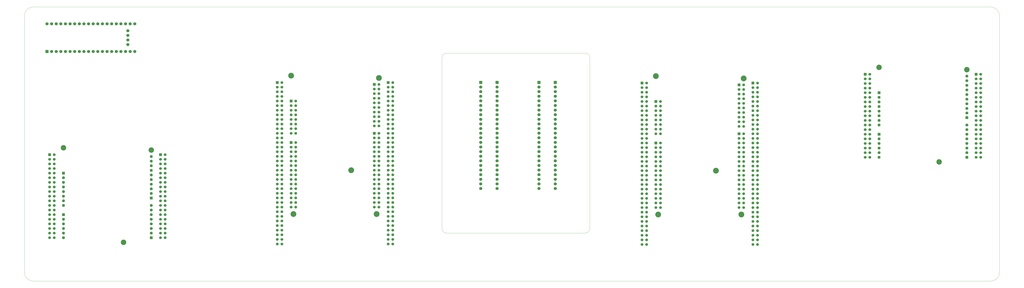
<source format=gbr>
%TF.GenerationSoftware,KiCad,Pcbnew,9.0.0+dfsg-1*%
%TF.CreationDate,2025-06-19T15:00:10-07:00*%
%TF.ProjectId,signalmesh,7369676e-616c-46d6-9573-682e6b696361,rev?*%
%TF.SameCoordinates,Original*%
%TF.FileFunction,Soldermask,Bot*%
%TF.FilePolarity,Negative*%
%FSLAX46Y46*%
G04 Gerber Fmt 4.6, Leading zero omitted, Abs format (unit mm)*
G04 Created by KiCad (PCBNEW 9.0.0+dfsg-1) date 2025-06-19 15:00:10*
%MOMM*%
%LPD*%
G01*
G04 APERTURE LIST*
%ADD10C,3.200000*%
%ADD11R,1.508000X1.508000*%
%ADD12C,1.508000*%
%ADD13R,1.700000X1.700000*%
%ADD14C,1.700000*%
%ADD15C,3.000000*%
%ADD16R,1.605000X1.605000*%
%ADD17C,1.605000*%
%ADD18R,1.530000X1.530000*%
%ADD19C,1.530000*%
%TA.AperFunction,Profile*%
%ADD20C,0.050000*%
%TD*%
G04 APERTURE END LIST*
D10*
%TO.C,U1*%
X175740000Y-87730000D03*
X177010000Y-163930000D03*
X208760000Y-139800000D03*
X222730000Y-163930000D03*
X224000000Y-89000000D03*
D11*
X221460000Y-92556000D03*
D12*
X224000000Y-92556000D03*
X221460000Y-95096000D03*
X224000000Y-95096000D03*
X221460000Y-97636000D03*
X224000000Y-97636000D03*
X221460000Y-100176000D03*
X224000000Y-100176000D03*
X221460000Y-102716000D03*
X224000000Y-102716000D03*
X221460000Y-105256000D03*
X224000000Y-105256000D03*
X221460000Y-107796000D03*
X224000000Y-107796000D03*
X221460000Y-110336000D03*
X224000000Y-110336000D03*
X221460000Y-112876000D03*
X224000000Y-112876000D03*
X221460000Y-115416000D03*
X224000000Y-115416000D03*
D11*
X175740000Y-101700000D03*
D12*
X178280000Y-101700000D03*
X175740000Y-104240000D03*
X178280000Y-104240000D03*
X175740000Y-106780000D03*
X178280000Y-106780000D03*
X175740000Y-109320000D03*
X178280000Y-109320000D03*
X175740000Y-111860000D03*
X178280000Y-111860000D03*
X175740000Y-114400000D03*
X178280000Y-114400000D03*
X175740000Y-116940000D03*
X178280000Y-116940000D03*
X175740000Y-119480000D03*
X178280000Y-119480000D03*
D11*
X175740000Y-124560000D03*
D12*
X178280000Y-124560000D03*
X175740000Y-127100000D03*
X178280000Y-127100000D03*
X175740000Y-129640000D03*
X178280000Y-129640000D03*
X175740000Y-132180000D03*
X178280000Y-132180000D03*
X175740000Y-134720000D03*
X178280000Y-134720000D03*
X175740000Y-137260000D03*
X178280000Y-137260000D03*
X175740000Y-139800000D03*
X178280000Y-139800000D03*
X175740000Y-142340000D03*
X178280000Y-142340000D03*
X175740000Y-144880000D03*
X178280000Y-144880000D03*
X175740000Y-147420000D03*
X178280000Y-147420000D03*
X175740000Y-149960000D03*
X178280000Y-149960000D03*
X175740000Y-152500000D03*
X178280000Y-152500000D03*
X175740000Y-155040000D03*
X178280000Y-155040000D03*
X175740000Y-157580000D03*
X178280000Y-157580000D03*
X175740000Y-160120000D03*
X178280000Y-160120000D03*
D11*
X221460000Y-119480000D03*
D12*
X224000000Y-119480000D03*
X221460000Y-122020000D03*
X224000000Y-122020000D03*
X221460000Y-124560000D03*
X224000000Y-124560000D03*
X221460000Y-127100000D03*
X224000000Y-127100000D03*
X221460000Y-129640000D03*
X224000000Y-129640000D03*
X221460000Y-132180000D03*
X224000000Y-132180000D03*
X221460000Y-134720000D03*
X224000000Y-134720000D03*
X221460000Y-137260000D03*
X224000000Y-137260000D03*
X221460000Y-139800000D03*
X224000000Y-139800000D03*
X221460000Y-142340000D03*
X224000000Y-142340000D03*
X221460000Y-144880000D03*
X224000000Y-144880000D03*
X221460000Y-147420000D03*
X224000000Y-147420000D03*
X221460000Y-149960000D03*
X224000000Y-149960000D03*
X221460000Y-152500000D03*
X224000000Y-152500000D03*
X221460000Y-155040000D03*
X224000000Y-155040000D03*
X221460000Y-157580000D03*
X224000000Y-157580000D03*
X221460000Y-160120000D03*
X224000000Y-160120000D03*
D11*
X168120000Y-91540000D03*
D12*
X170660000Y-91540000D03*
X168120000Y-94080000D03*
X170660000Y-94080000D03*
X168120000Y-96620000D03*
X170660000Y-96620000D03*
X168120000Y-99160000D03*
X170660000Y-99160000D03*
X168120000Y-101700000D03*
X170660000Y-101700000D03*
X168120000Y-104240000D03*
X170660000Y-104240000D03*
X168120000Y-106780000D03*
X170660000Y-106780000D03*
X168120000Y-109320000D03*
X170660000Y-109320000D03*
X168120000Y-111860000D03*
X170660000Y-111860000D03*
X168120000Y-114400000D03*
X170660000Y-114400000D03*
X168120000Y-116940000D03*
X170660000Y-116940000D03*
X168120000Y-119480000D03*
X170660000Y-119480000D03*
X168120000Y-122020000D03*
X170660000Y-122020000D03*
X168120000Y-124560000D03*
X170660000Y-124560000D03*
X168120000Y-127100000D03*
X170660000Y-127100000D03*
X168120000Y-129640000D03*
X170660000Y-129640000D03*
X168120000Y-132180000D03*
X170660000Y-132180000D03*
X168120000Y-134720000D03*
X170660000Y-134720000D03*
X168120000Y-137260000D03*
X170660000Y-137260000D03*
X168120000Y-139800000D03*
X170660000Y-139800000D03*
X168120000Y-142340000D03*
X170660000Y-142340000D03*
X168120000Y-144880000D03*
X170660000Y-144880000D03*
X168120000Y-147420000D03*
X170660000Y-147420000D03*
X168120000Y-149960000D03*
X170660000Y-149960000D03*
X168120000Y-152500000D03*
X170660000Y-152500000D03*
X168120000Y-155040000D03*
X170660000Y-155040000D03*
X168120000Y-157580000D03*
X170660000Y-157580000D03*
X168120000Y-160120000D03*
X170660000Y-160120000D03*
X168120000Y-162660000D03*
X170660000Y-162660000D03*
X168120000Y-165200000D03*
X170660000Y-165200000D03*
X168120000Y-167740000D03*
X170660000Y-167740000D03*
X168120000Y-170280000D03*
X170660000Y-170280000D03*
X168120000Y-172820000D03*
X170660000Y-172820000D03*
X168120000Y-175360000D03*
X170660000Y-175360000D03*
X168120000Y-177900000D03*
X170660000Y-177900000D03*
X168120000Y-180440000D03*
X170660000Y-180440000D03*
D11*
X229080000Y-91560000D03*
D12*
X231620000Y-91560000D03*
X229080000Y-94100000D03*
X231620000Y-94100000D03*
X229080000Y-96640000D03*
X231620000Y-96640000D03*
X229080000Y-99180000D03*
X231620000Y-99180000D03*
X229080000Y-101720000D03*
X231620000Y-101720000D03*
X229080000Y-104260000D03*
X231620000Y-104260000D03*
X229080000Y-106800000D03*
X231620000Y-106800000D03*
X229080000Y-109340000D03*
X231620000Y-109340000D03*
X229080000Y-111880000D03*
X231620000Y-111880000D03*
X229080000Y-114420000D03*
X231620000Y-114420000D03*
X229080000Y-116960000D03*
X231620000Y-116960000D03*
X229080000Y-119500000D03*
X231620000Y-119500000D03*
X229080000Y-122040000D03*
X231620000Y-122040000D03*
X229080000Y-124580000D03*
X231620000Y-124580000D03*
X229080000Y-127120000D03*
X231620000Y-127120000D03*
X229080000Y-129660000D03*
X231620000Y-129660000D03*
X229080000Y-132200000D03*
X231620000Y-132200000D03*
X229080000Y-134740000D03*
X231620000Y-134740000D03*
X229080000Y-137280000D03*
X231620000Y-137280000D03*
X229080000Y-139820000D03*
X231620000Y-139820000D03*
X229080000Y-142360000D03*
X231620000Y-142360000D03*
X229080000Y-144900000D03*
X231620000Y-144900000D03*
X229080000Y-147440000D03*
X231620000Y-147440000D03*
X229080000Y-149980000D03*
X231620000Y-149980000D03*
X229080000Y-152520000D03*
X231620000Y-152520000D03*
X229080000Y-155060000D03*
X231620000Y-155060000D03*
X229080000Y-157600000D03*
X231620000Y-157600000D03*
X229080000Y-160140000D03*
X231620000Y-160140000D03*
X229080000Y-162680000D03*
X231620000Y-162680000D03*
X229080000Y-165220000D03*
X231620000Y-165220000D03*
X229080000Y-167760000D03*
X231620000Y-167760000D03*
X229080000Y-170300000D03*
X231620000Y-170300000D03*
X229080000Y-172840000D03*
X231620000Y-172840000D03*
X229080000Y-175380000D03*
X231620000Y-175380000D03*
X229080000Y-177920000D03*
X231620000Y-177920000D03*
X229080000Y-180460000D03*
X231620000Y-180460000D03*
%TD*%
D13*
%TO.C,J9*%
X321000000Y-91460000D03*
D14*
X321000000Y-94000000D03*
X321000000Y-96540000D03*
X321000000Y-99080000D03*
X321000000Y-101620000D03*
X321000000Y-104160000D03*
X321000000Y-106700000D03*
X321000000Y-109240000D03*
X321000000Y-111780000D03*
X321000000Y-114320000D03*
X321000000Y-116860000D03*
X321000000Y-119400000D03*
X321000000Y-121940000D03*
X321000000Y-124480000D03*
X321000000Y-127020000D03*
X321000000Y-129560000D03*
X321000000Y-132100000D03*
X321000000Y-134640000D03*
X321000000Y-137180000D03*
X321000000Y-139720000D03*
X321000000Y-142260000D03*
X321000000Y-144800000D03*
X321000000Y-147340000D03*
X321000000Y-149880000D03*
%TD*%
D13*
%TO.C,J1*%
X289000000Y-91500000D03*
D14*
X289000000Y-94040000D03*
X289000000Y-96580000D03*
X289000000Y-99120000D03*
X289000000Y-101660000D03*
X289000000Y-104200000D03*
X289000000Y-106740000D03*
X289000000Y-109280000D03*
X289000000Y-111820000D03*
X289000000Y-114360000D03*
X289000000Y-116900000D03*
X289000000Y-119440000D03*
X289000000Y-121980000D03*
X289000000Y-124520000D03*
X289000000Y-127060000D03*
X289000000Y-129600000D03*
X289000000Y-132140000D03*
X289000000Y-134680000D03*
X289000000Y-137220000D03*
X289000000Y-139760000D03*
X289000000Y-142300000D03*
X289000000Y-144840000D03*
X289000000Y-147380000D03*
X289000000Y-149920000D03*
%TD*%
D13*
%TO.C,J8*%
X280000000Y-91500000D03*
D14*
X280000000Y-94040000D03*
X280000000Y-96580000D03*
X280000000Y-99120000D03*
X280000000Y-101660000D03*
X280000000Y-104200000D03*
X280000000Y-106740000D03*
X280000000Y-109280000D03*
X280000000Y-111820000D03*
X280000000Y-114360000D03*
X280000000Y-116900000D03*
X280000000Y-119440000D03*
X280000000Y-121980000D03*
X280000000Y-124520000D03*
X280000000Y-127060000D03*
X280000000Y-129600000D03*
X280000000Y-132140000D03*
X280000000Y-134680000D03*
X280000000Y-137220000D03*
X280000000Y-139760000D03*
X280000000Y-142300000D03*
X280000000Y-144840000D03*
X280000000Y-147380000D03*
X280000000Y-149920000D03*
%TD*%
D13*
%TO.C,J2*%
X312000000Y-91500000D03*
D14*
X312000000Y-94040000D03*
X312000000Y-96580000D03*
X312000000Y-99120000D03*
X312000000Y-101660000D03*
X312000000Y-104200000D03*
X312000000Y-106740000D03*
X312000000Y-109280000D03*
X312000000Y-111820000D03*
X312000000Y-114360000D03*
X312000000Y-116900000D03*
X312000000Y-119440000D03*
X312000000Y-121980000D03*
X312000000Y-124520000D03*
X312000000Y-127060000D03*
X312000000Y-129600000D03*
X312000000Y-132140000D03*
X312000000Y-134680000D03*
X312000000Y-137220000D03*
X312000000Y-139760000D03*
X312000000Y-142300000D03*
X312000000Y-144840000D03*
X312000000Y-147380000D03*
X312000000Y-149920000D03*
%TD*%
D15*
%TO.C,U9*%
X498980000Y-83190000D03*
X532000000Y-135260000D03*
X547240000Y-84460000D03*
D16*
X547240000Y-110880000D03*
D17*
X547240000Y-108340000D03*
X547240000Y-105800000D03*
X547240000Y-103260000D03*
X547240000Y-100720000D03*
X547240000Y-98180000D03*
X547240000Y-95640000D03*
X547240000Y-93100000D03*
X547240000Y-90560000D03*
X547240000Y-88020000D03*
D16*
X498980000Y-97160000D03*
D17*
X498980000Y-99700000D03*
X498980000Y-102240000D03*
X498980000Y-104780000D03*
X498980000Y-107320000D03*
X498980000Y-109860000D03*
X498980000Y-112400000D03*
X498980000Y-114940000D03*
D18*
X491360000Y-87000000D03*
D19*
X493900000Y-87000000D03*
X491360000Y-89540000D03*
X493900000Y-89540000D03*
X491360000Y-92080000D03*
X493900000Y-92080000D03*
X491360000Y-94620000D03*
X493900000Y-94620000D03*
X491360000Y-97160000D03*
X493900000Y-97160000D03*
X491360000Y-99700000D03*
X493900000Y-99700000D03*
X491360000Y-102240000D03*
X493900000Y-102240000D03*
X491360000Y-104780000D03*
X493900000Y-104780000D03*
X491360000Y-107320000D03*
X493900000Y-107320000D03*
X491360000Y-109860000D03*
X493900000Y-109860000D03*
X491360000Y-112400000D03*
X493900000Y-112400000D03*
X491360000Y-114940000D03*
X493900000Y-114940000D03*
X491360000Y-117480000D03*
X493900000Y-117480000D03*
X491360000Y-120020000D03*
X493900000Y-120020000D03*
X491360000Y-122560000D03*
X493900000Y-122560000D03*
X491360000Y-125100000D03*
X493900000Y-125100000D03*
X491360000Y-127640000D03*
X493900000Y-127640000D03*
X491360000Y-130180000D03*
X493900000Y-130180000D03*
X491360000Y-132720000D03*
X493900000Y-132720000D03*
D16*
X498980000Y-120020000D03*
D17*
X498980000Y-122560000D03*
X498980000Y-125100000D03*
X498980000Y-127640000D03*
X498980000Y-130180000D03*
X498980000Y-132720000D03*
D16*
X547240000Y-132720000D03*
D17*
X547240000Y-130180000D03*
X547240000Y-127640000D03*
X547240000Y-125100000D03*
X547240000Y-122560000D03*
X547240000Y-120020000D03*
X547240000Y-117480000D03*
X547240000Y-114940000D03*
D18*
X552320000Y-87000000D03*
D19*
X554860000Y-87000000D03*
X552320000Y-89540000D03*
X554860000Y-89540000D03*
X552320000Y-92080000D03*
X554860000Y-92080000D03*
X552320000Y-94620000D03*
X554860000Y-94620000D03*
X552320000Y-97160000D03*
X554860000Y-97160000D03*
X552320000Y-99700000D03*
X554860000Y-99700000D03*
X552320000Y-102240000D03*
X554860000Y-102240000D03*
X552320000Y-104780000D03*
X554860000Y-104780000D03*
X552320000Y-107320000D03*
X554860000Y-107320000D03*
X552320000Y-109860000D03*
X554860000Y-109860000D03*
X552320000Y-112400000D03*
X554860000Y-112400000D03*
X552320000Y-114940000D03*
X554860000Y-114940000D03*
X552320000Y-117480000D03*
X554860000Y-117480000D03*
X552320000Y-120020000D03*
X554860000Y-120020000D03*
X552320000Y-122560000D03*
X554860000Y-122560000D03*
X552320000Y-125100000D03*
X554860000Y-125100000D03*
X552320000Y-127640000D03*
X554860000Y-127640000D03*
X552320000Y-130180000D03*
X554860000Y-130180000D03*
X552320000Y-132720000D03*
X554860000Y-132720000D03*
%TD*%
D13*
%TO.C,U4*%
X41550000Y-74500000D03*
D14*
X44090000Y-74500000D03*
X46630000Y-74500000D03*
X49170000Y-74500000D03*
X51710000Y-74500000D03*
X54250000Y-74500000D03*
X56790000Y-74500000D03*
X59330000Y-74500000D03*
X61870000Y-74500000D03*
X64410000Y-74500000D03*
X66950000Y-74500000D03*
X69490000Y-74500000D03*
X72030000Y-74500000D03*
X74570000Y-74500000D03*
X77110000Y-74500000D03*
X79650000Y-74500000D03*
X82190000Y-74500000D03*
X84730000Y-74500000D03*
X87270000Y-74500000D03*
X89810000Y-74500000D03*
X89810000Y-59260000D03*
X87270000Y-59260000D03*
X84730000Y-59260000D03*
X82190000Y-59260000D03*
X79650000Y-59260000D03*
X77110000Y-59260000D03*
X74570000Y-59260000D03*
X72030000Y-59260000D03*
X69490000Y-59260000D03*
X66950000Y-59260000D03*
X64410000Y-59260000D03*
X61870000Y-59260000D03*
X59330000Y-59260000D03*
X56790000Y-59260000D03*
X54250000Y-59260000D03*
X51710000Y-59260000D03*
X49170000Y-59260000D03*
X46630000Y-59260000D03*
X44090000Y-59260000D03*
X41550000Y-59260000D03*
X85999000Y-63068000D03*
X85999000Y-65608000D03*
X85999000Y-68148000D03*
X85999000Y-70688000D03*
%TD*%
D15*
%TO.C,U3*%
X50620000Y-127470000D03*
X83640000Y-179540000D03*
X98880000Y-128740000D03*
D16*
X98880000Y-155160000D03*
D17*
X98880000Y-152620000D03*
X98880000Y-150080000D03*
X98880000Y-147540000D03*
X98880000Y-145000000D03*
X98880000Y-142460000D03*
X98880000Y-139920000D03*
X98880000Y-137380000D03*
X98880000Y-134840000D03*
X98880000Y-132300000D03*
D16*
X50620000Y-141440000D03*
D17*
X50620000Y-143980000D03*
X50620000Y-146520000D03*
X50620000Y-149060000D03*
X50620000Y-151600000D03*
X50620000Y-154140000D03*
X50620000Y-156680000D03*
X50620000Y-159220000D03*
D18*
X43000000Y-131280000D03*
D19*
X45540000Y-131280000D03*
X43000000Y-133820000D03*
X45540000Y-133820000D03*
X43000000Y-136360000D03*
X45540000Y-136360000D03*
X43000000Y-138900000D03*
X45540000Y-138900000D03*
X43000000Y-141440000D03*
X45540000Y-141440000D03*
X43000000Y-143980000D03*
X45540000Y-143980000D03*
X43000000Y-146520000D03*
X45540000Y-146520000D03*
X43000000Y-149060000D03*
X45540000Y-149060000D03*
X43000000Y-151600000D03*
X45540000Y-151600000D03*
X43000000Y-154140000D03*
X45540000Y-154140000D03*
X43000000Y-156680000D03*
X45540000Y-156680000D03*
X43000000Y-159220000D03*
X45540000Y-159220000D03*
X43000000Y-161760000D03*
X45540000Y-161760000D03*
X43000000Y-164300000D03*
X45540000Y-164300000D03*
X43000000Y-166840000D03*
X45540000Y-166840000D03*
X43000000Y-169380000D03*
X45540000Y-169380000D03*
X43000000Y-171920000D03*
X45540000Y-171920000D03*
X43000000Y-174460000D03*
X45540000Y-174460000D03*
X43000000Y-177000000D03*
X45540000Y-177000000D03*
D16*
X50620000Y-164300000D03*
D17*
X50620000Y-166840000D03*
X50620000Y-169380000D03*
X50620000Y-171920000D03*
X50620000Y-174460000D03*
X50620000Y-177000000D03*
D16*
X98880000Y-177000000D03*
D17*
X98880000Y-174460000D03*
X98880000Y-171920000D03*
X98880000Y-169380000D03*
X98880000Y-166840000D03*
X98880000Y-164300000D03*
X98880000Y-161760000D03*
X98880000Y-159220000D03*
D18*
X103960000Y-131280000D03*
D19*
X106500000Y-131280000D03*
X103960000Y-133820000D03*
X106500000Y-133820000D03*
X103960000Y-136360000D03*
X106500000Y-136360000D03*
X103960000Y-138900000D03*
X106500000Y-138900000D03*
X103960000Y-141440000D03*
X106500000Y-141440000D03*
X103960000Y-143980000D03*
X106500000Y-143980000D03*
X103960000Y-146520000D03*
X106500000Y-146520000D03*
X103960000Y-149060000D03*
X106500000Y-149060000D03*
X103960000Y-151600000D03*
X106500000Y-151600000D03*
X103960000Y-154140000D03*
X106500000Y-154140000D03*
X103960000Y-156680000D03*
X106500000Y-156680000D03*
X103960000Y-159220000D03*
X106500000Y-159220000D03*
X103960000Y-161760000D03*
X106500000Y-161760000D03*
X103960000Y-164300000D03*
X106500000Y-164300000D03*
X103960000Y-166840000D03*
X106500000Y-166840000D03*
X103960000Y-169380000D03*
X106500000Y-169380000D03*
X103960000Y-171920000D03*
X106500000Y-171920000D03*
X103960000Y-174460000D03*
X106500000Y-174460000D03*
X103960000Y-177000000D03*
X106500000Y-177000000D03*
%TD*%
D10*
%TO.C,U2*%
X376240000Y-88030000D03*
X377510000Y-164230000D03*
X409260000Y-140100000D03*
X423230000Y-164230000D03*
X424500000Y-89300000D03*
D11*
X421960000Y-92856000D03*
D12*
X424500000Y-92856000D03*
X421960000Y-95396000D03*
X424500000Y-95396000D03*
X421960000Y-97936000D03*
X424500000Y-97936000D03*
X421960000Y-100476000D03*
X424500000Y-100476000D03*
X421960000Y-103016000D03*
X424500000Y-103016000D03*
X421960000Y-105556000D03*
X424500000Y-105556000D03*
X421960000Y-108096000D03*
X424500000Y-108096000D03*
X421960000Y-110636000D03*
X424500000Y-110636000D03*
X421960000Y-113176000D03*
X424500000Y-113176000D03*
X421960000Y-115716000D03*
X424500000Y-115716000D03*
D11*
X376240000Y-102000000D03*
D12*
X378780000Y-102000000D03*
X376240000Y-104540000D03*
X378780000Y-104540000D03*
X376240000Y-107080000D03*
X378780000Y-107080000D03*
X376240000Y-109620000D03*
X378780000Y-109620000D03*
X376240000Y-112160000D03*
X378780000Y-112160000D03*
X376240000Y-114700000D03*
X378780000Y-114700000D03*
X376240000Y-117240000D03*
X378780000Y-117240000D03*
X376240000Y-119780000D03*
X378780000Y-119780000D03*
D11*
X376240000Y-124860000D03*
D12*
X378780000Y-124860000D03*
X376240000Y-127400000D03*
X378780000Y-127400000D03*
X376240000Y-129940000D03*
X378780000Y-129940000D03*
X376240000Y-132480000D03*
X378780000Y-132480000D03*
X376240000Y-135020000D03*
X378780000Y-135020000D03*
X376240000Y-137560000D03*
X378780000Y-137560000D03*
X376240000Y-140100000D03*
X378780000Y-140100000D03*
X376240000Y-142640000D03*
X378780000Y-142640000D03*
X376240000Y-145180000D03*
X378780000Y-145180000D03*
X376240000Y-147720000D03*
X378780000Y-147720000D03*
X376240000Y-150260000D03*
X378780000Y-150260000D03*
X376240000Y-152800000D03*
X378780000Y-152800000D03*
X376240000Y-155340000D03*
X378780000Y-155340000D03*
X376240000Y-157880000D03*
X378780000Y-157880000D03*
X376240000Y-160420000D03*
X378780000Y-160420000D03*
D11*
X421960000Y-119780000D03*
D12*
X424500000Y-119780000D03*
X421960000Y-122320000D03*
X424500000Y-122320000D03*
X421960000Y-124860000D03*
X424500000Y-124860000D03*
X421960000Y-127400000D03*
X424500000Y-127400000D03*
X421960000Y-129940000D03*
X424500000Y-129940000D03*
X421960000Y-132480000D03*
X424500000Y-132480000D03*
X421960000Y-135020000D03*
X424500000Y-135020000D03*
X421960000Y-137560000D03*
X424500000Y-137560000D03*
X421960000Y-140100000D03*
X424500000Y-140100000D03*
X421960000Y-142640000D03*
X424500000Y-142640000D03*
X421960000Y-145180000D03*
X424500000Y-145180000D03*
X421960000Y-147720000D03*
X424500000Y-147720000D03*
X421960000Y-150260000D03*
X424500000Y-150260000D03*
X421960000Y-152800000D03*
X424500000Y-152800000D03*
X421960000Y-155340000D03*
X424500000Y-155340000D03*
X421960000Y-157880000D03*
X424500000Y-157880000D03*
X421960000Y-160420000D03*
X424500000Y-160420000D03*
D11*
X368620000Y-91840000D03*
D12*
X371160000Y-91840000D03*
X368620000Y-94380000D03*
X371160000Y-94380000D03*
X368620000Y-96920000D03*
X371160000Y-96920000D03*
X368620000Y-99460000D03*
X371160000Y-99460000D03*
X368620000Y-102000000D03*
X371160000Y-102000000D03*
X368620000Y-104540000D03*
X371160000Y-104540000D03*
X368620000Y-107080000D03*
X371160000Y-107080000D03*
X368620000Y-109620000D03*
X371160000Y-109620000D03*
X368620000Y-112160000D03*
X371160000Y-112160000D03*
X368620000Y-114700000D03*
X371160000Y-114700000D03*
X368620000Y-117240000D03*
X371160000Y-117240000D03*
X368620000Y-119780000D03*
X371160000Y-119780000D03*
X368620000Y-122320000D03*
X371160000Y-122320000D03*
X368620000Y-124860000D03*
X371160000Y-124860000D03*
X368620000Y-127400000D03*
X371160000Y-127400000D03*
X368620000Y-129940000D03*
X371160000Y-129940000D03*
X368620000Y-132480000D03*
X371160000Y-132480000D03*
X368620000Y-135020000D03*
X371160000Y-135020000D03*
X368620000Y-137560000D03*
X371160000Y-137560000D03*
X368620000Y-140100000D03*
X371160000Y-140100000D03*
X368620000Y-142640000D03*
X371160000Y-142640000D03*
X368620000Y-145180000D03*
X371160000Y-145180000D03*
X368620000Y-147720000D03*
X371160000Y-147720000D03*
X368620000Y-150260000D03*
X371160000Y-150260000D03*
X368620000Y-152800000D03*
X371160000Y-152800000D03*
X368620000Y-155340000D03*
X371160000Y-155340000D03*
X368620000Y-157880000D03*
X371160000Y-157880000D03*
X368620000Y-160420000D03*
X371160000Y-160420000D03*
X368620000Y-162960000D03*
X371160000Y-162960000D03*
X368620000Y-165500000D03*
X371160000Y-165500000D03*
X368620000Y-168040000D03*
X371160000Y-168040000D03*
X368620000Y-170580000D03*
X371160000Y-170580000D03*
X368620000Y-173120000D03*
X371160000Y-173120000D03*
X368620000Y-175660000D03*
X371160000Y-175660000D03*
X368620000Y-178200000D03*
X371160000Y-178200000D03*
X368620000Y-180740000D03*
X371160000Y-180740000D03*
D11*
X429580000Y-91860000D03*
D12*
X432120000Y-91860000D03*
X429580000Y-94400000D03*
X432120000Y-94400000D03*
X429580000Y-96940000D03*
X432120000Y-96940000D03*
X429580000Y-99480000D03*
X432120000Y-99480000D03*
X429580000Y-102020000D03*
X432120000Y-102020000D03*
X429580000Y-104560000D03*
X432120000Y-104560000D03*
X429580000Y-107100000D03*
X432120000Y-107100000D03*
X429580000Y-109640000D03*
X432120000Y-109640000D03*
X429580000Y-112180000D03*
X432120000Y-112180000D03*
X429580000Y-114720000D03*
X432120000Y-114720000D03*
X429580000Y-117260000D03*
X432120000Y-117260000D03*
X429580000Y-119800000D03*
X432120000Y-119800000D03*
X429580000Y-122340000D03*
X432120000Y-122340000D03*
X429580000Y-124880000D03*
X432120000Y-124880000D03*
X429580000Y-127420000D03*
X432120000Y-127420000D03*
X429580000Y-129960000D03*
X432120000Y-129960000D03*
X429580000Y-132500000D03*
X432120000Y-132500000D03*
X429580000Y-135040000D03*
X432120000Y-135040000D03*
X429580000Y-137580000D03*
X432120000Y-137580000D03*
X429580000Y-140120000D03*
X432120000Y-140120000D03*
X429580000Y-142660000D03*
X432120000Y-142660000D03*
X429580000Y-145200000D03*
X432120000Y-145200000D03*
X429580000Y-147740000D03*
X432120000Y-147740000D03*
X429580000Y-150280000D03*
X432120000Y-150280000D03*
X429580000Y-152820000D03*
X432120000Y-152820000D03*
X429580000Y-155360000D03*
X432120000Y-155360000D03*
X429580000Y-157900000D03*
X432120000Y-157900000D03*
X429580000Y-160440000D03*
X432120000Y-160440000D03*
X429580000Y-162980000D03*
X432120000Y-162980000D03*
X429580000Y-165520000D03*
X432120000Y-165520000D03*
X429580000Y-168060000D03*
X432120000Y-168060000D03*
X429580000Y-170600000D03*
X432120000Y-170600000D03*
X429580000Y-173140000D03*
X432120000Y-173140000D03*
X429580000Y-175680000D03*
X432120000Y-175680000D03*
X429580000Y-178220000D03*
X432120000Y-178220000D03*
X429580000Y-180760000D03*
X432120000Y-180760000D03*
%TD*%
D20*
X337410000Y-174450000D02*
X261210000Y-174450000D01*
X34180000Y-200880000D02*
G75*
G02*
X29180000Y-195880000I0J5000000D01*
G01*
X313280000Y-75390000D02*
X337410000Y-75390000D01*
X261210000Y-174450000D02*
G75*
G02*
X258670000Y-171910000I0J2540000D01*
G01*
X29180000Y-195880000D02*
X29180000Y-54880000D01*
X258670000Y-171910000D02*
X258670000Y-77930000D01*
X258670000Y-77930000D02*
G75*
G02*
X261210000Y-75390000I2540000J0D01*
G01*
X337410000Y-75390000D02*
G75*
G02*
X339950000Y-77930000I0J-2540000D01*
G01*
X339950000Y-77930000D02*
X339950000Y-171910000D01*
X261210000Y-75390000D02*
X313280000Y-75390000D01*
X34180000Y-49880000D02*
X560180000Y-49951068D01*
X560180000Y-200880000D02*
X34180000Y-200880000D01*
X565180000Y-195880000D02*
G75*
G02*
X560180000Y-200880000I-5000000J0D01*
G01*
X339950000Y-171910000D02*
G75*
G02*
X337410000Y-174450000I-2540000J0D01*
G01*
X565180000Y-54951068D02*
X565180000Y-195880000D01*
X29180000Y-54880000D02*
G75*
G02*
X34180000Y-49880000I5000000J0D01*
G01*
X560180000Y-49951068D02*
G75*
G02*
X565180032Y-54951068I0J-5000032D01*
G01*
M02*

</source>
